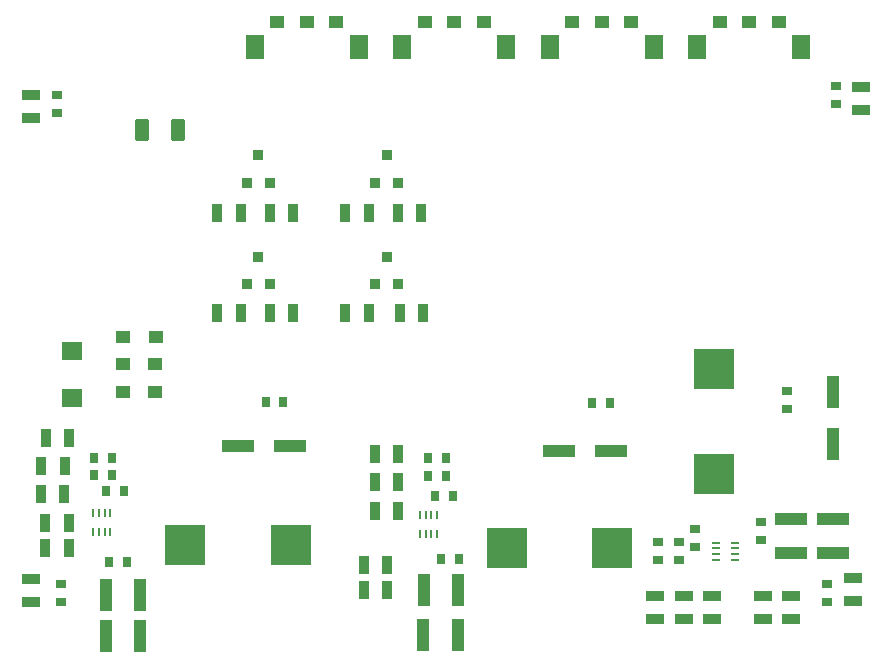
<source format=gtp>
G04*
G04 #@! TF.GenerationSoftware,Altium Limited,Altium Designer,22.8.2 (66)*
G04*
G04 Layer_Color=8421504*
%FSLAX42Y42*%
%MOMM*%
G71*
G04*
G04 #@! TF.SameCoordinates,0533CB18-9495-43A3-8B9C-2A5BF5C5928D*
G04*
G04*
G04 #@! TF.FilePolarity,Positive*
G04*
G01*
G75*
%ADD17R,1.50X2.15*%
%ADD18R,1.30X1.00*%
%ADD19R,0.71X0.91*%
G04:AMPARAMS|DCode=20|XSize=1.5mm|YSize=1.7mm|CornerRadius=0.08mm|HoleSize=0mm|Usage=FLASHONLY|Rotation=90.000|XOffset=0mm|YOffset=0mm|HoleType=Round|Shape=RoundedRectangle|*
%AMROUNDEDRECTD20*
21,1,1.50,1.55,0,0,90.0*
21,1,1.35,1.70,0,0,90.0*
1,1,0.15,0.78,0.68*
1,1,0.15,0.78,-0.68*
1,1,0.15,-0.78,-0.68*
1,1,0.15,-0.78,0.68*
%
%ADD20ROUNDEDRECTD20*%
%ADD21R,1.57X0.81*%
%ADD22R,0.91X0.71*%
%ADD23R,0.81X1.57*%
G04:AMPARAMS|DCode=24|XSize=1.1mm|YSize=1.25mm|CornerRadius=0.06mm|HoleSize=0mm|Usage=FLASHONLY|Rotation=270.000|XOffset=0mm|YOffset=0mm|HoleType=Round|Shape=RoundedRectangle|*
%AMROUNDEDRECTD24*
21,1,1.10,1.14,0,0,270.0*
21,1,0.99,1.25,0,0,270.0*
1,1,0.11,-0.57,-0.50*
1,1,0.11,-0.57,0.50*
1,1,0.11,0.57,0.50*
1,1,0.11,0.57,-0.50*
%
%ADD24ROUNDEDRECTD24*%
G04:AMPARAMS|DCode=25|XSize=1.2mm|YSize=1.82mm|CornerRadius=0.15mm|HoleSize=0mm|Usage=FLASHONLY|Rotation=180.000|XOffset=0mm|YOffset=0mm|HoleType=Round|Shape=RoundedRectangle|*
%AMROUNDEDRECTD25*
21,1,1.20,1.52,0,0,180.0*
21,1,0.90,1.82,0,0,180.0*
1,1,0.30,-0.45,0.76*
1,1,0.30,0.45,0.76*
1,1,0.30,0.45,-0.76*
1,1,0.30,-0.45,-0.76*
%
%ADD25ROUNDEDRECTD25*%
%ADD26R,3.50X3.50*%
%ADD27R,1.00X2.70*%
%ADD28R,0.85X0.85*%
%ADD29R,3.50X3.50*%
G04:AMPARAMS|DCode=30|XSize=2.7mm|YSize=1.1mm|CornerRadius=0.06mm|HoleSize=0mm|Usage=FLASHONLY|Rotation=180.000|XOffset=0mm|YOffset=0mm|HoleType=Round|Shape=RoundedRectangle|*
%AMROUNDEDRECTD30*
21,1,2.70,0.99,0,0,180.0*
21,1,2.59,1.10,0,0,180.0*
1,1,0.11,-1.30,0.50*
1,1,0.11,1.30,0.50*
1,1,0.11,1.30,-0.50*
1,1,0.11,-1.30,-0.50*
%
%ADD30ROUNDEDRECTD30*%
%ADD31R,0.71X0.23*%
%ADD32R,2.70X1.00*%
G04:AMPARAMS|DCode=33|XSize=2.7mm|YSize=1.1mm|CornerRadius=0.06mm|HoleSize=0mm|Usage=FLASHONLY|Rotation=90.000|XOffset=0mm|YOffset=0mm|HoleType=Round|Shape=RoundedRectangle|*
%AMROUNDEDRECTD33*
21,1,2.70,0.99,0,0,90.0*
21,1,2.59,1.10,0,0,90.0*
1,1,0.11,0.50,1.30*
1,1,0.11,0.50,-1.30*
1,1,0.11,-0.50,-1.30*
1,1,0.11,-0.50,1.30*
%
%ADD33ROUNDEDRECTD33*%
%ADD34R,0.23X0.71*%
D17*
X5511Y5406D02*
D03*
X4631D02*
D03*
X5880D02*
D03*
X6760D02*
D03*
X3383D02*
D03*
X4263D02*
D03*
X2134D02*
D03*
X3014D02*
D03*
D18*
X5321Y5622D02*
D03*
X5071D02*
D03*
X4821D02*
D03*
X6070D02*
D03*
X6320D02*
D03*
X6570D02*
D03*
X3573D02*
D03*
X3823D02*
D03*
X4073D02*
D03*
X2324D02*
D03*
X2574D02*
D03*
X2824D02*
D03*
D19*
X3866Y1078D02*
D03*
X3714D02*
D03*
X3662Y1612D02*
D03*
X3814D02*
D03*
X3604Y1778D02*
D03*
X3756D02*
D03*
X3598Y1932D02*
D03*
X3750D02*
D03*
X5142Y2396D02*
D03*
X4990D02*
D03*
X2378Y2400D02*
D03*
X2226D02*
D03*
X872Y1648D02*
D03*
X1024D02*
D03*
X774Y1926D02*
D03*
X927D02*
D03*
X774Y1787D02*
D03*
X927D02*
D03*
X1056Y1050D02*
D03*
X904D02*
D03*
D20*
X590Y2834D02*
D03*
Y2434D02*
D03*
D21*
X236Y4808D02*
D03*
Y5004D02*
D03*
X7268Y4878D02*
D03*
Y5074D02*
D03*
X242Y904D02*
D03*
Y708D02*
D03*
X7202Y918D02*
D03*
Y722D02*
D03*
X6006Y759D02*
D03*
Y563D02*
D03*
X5765D02*
D03*
Y759D02*
D03*
X5523D02*
D03*
Y563D02*
D03*
X6678Y568D02*
D03*
Y764D02*
D03*
X6436D02*
D03*
Y568D02*
D03*
D22*
X462Y4854D02*
D03*
Y5006D02*
D03*
X7060Y5082D02*
D03*
Y4930D02*
D03*
X490Y712D02*
D03*
Y864D02*
D03*
X6978Y712D02*
D03*
Y864D02*
D03*
X6640Y2494D02*
D03*
Y2342D02*
D03*
X5864Y1173D02*
D03*
Y1325D02*
D03*
X5549Y1062D02*
D03*
Y1215D02*
D03*
X5727Y1062D02*
D03*
Y1215D02*
D03*
X6420Y1238D02*
D03*
Y1390D02*
D03*
D23*
X558Y1170D02*
D03*
X362D02*
D03*
X2014Y4001D02*
D03*
X1818D02*
D03*
X2260D02*
D03*
X2456D02*
D03*
X3344D02*
D03*
X3540D02*
D03*
X2456Y3156D02*
D03*
X2260D02*
D03*
X1818D02*
D03*
X2014D02*
D03*
X3098Y4001D02*
D03*
X2902D02*
D03*
Y3156D02*
D03*
X3098D02*
D03*
X3560D02*
D03*
X3364D02*
D03*
X3348Y1965D02*
D03*
X3153D02*
D03*
Y1723D02*
D03*
X3348D02*
D03*
Y1482D02*
D03*
X3153D02*
D03*
X3254Y1020D02*
D03*
X3058D02*
D03*
X3059Y809D02*
D03*
X3255D02*
D03*
X560Y2100D02*
D03*
X364D02*
D03*
X522Y1628D02*
D03*
X326D02*
D03*
X558Y1380D02*
D03*
X362D02*
D03*
X328Y1859D02*
D03*
X524D02*
D03*
D24*
X1290Y2724D02*
D03*
X1015D02*
D03*
X1294Y2488D02*
D03*
X1019D02*
D03*
X1298Y2958D02*
D03*
X1023D02*
D03*
D25*
X1184Y4708D02*
D03*
X1485D02*
D03*
D26*
X6026Y2683D02*
D03*
Y1793D02*
D03*
D27*
X7032Y2490D02*
D03*
Y2050D02*
D03*
D28*
X2166Y3635D02*
D03*
X2261Y3400D02*
D03*
X2071D02*
D03*
X3251Y3635D02*
D03*
X3346Y3400D02*
D03*
X3156D02*
D03*
X2166Y4497D02*
D03*
X2261Y4262D02*
D03*
X2071D02*
D03*
X3251Y4497D02*
D03*
X3346Y4262D02*
D03*
X3156D02*
D03*
D29*
X4269Y1168D02*
D03*
X5159D02*
D03*
X1548Y1190D02*
D03*
X2438D02*
D03*
D30*
X6672Y1416D02*
D03*
Y1126D02*
D03*
X7027Y1416D02*
D03*
Y1126D02*
D03*
D31*
X6200Y1064D02*
D03*
Y1114D02*
D03*
Y1164D02*
D03*
Y1214D02*
D03*
X6040D02*
D03*
Y1164D02*
D03*
Y1114D02*
D03*
Y1064D02*
D03*
D32*
X4708Y1990D02*
D03*
X5148D02*
D03*
X1989Y2028D02*
D03*
X2429D02*
D03*
D33*
X3857Y810D02*
D03*
X3567D02*
D03*
X3853Y432D02*
D03*
X3563D02*
D03*
X877Y766D02*
D03*
X1167D02*
D03*
X875Y422D02*
D03*
X1165D02*
D03*
D34*
X3531Y1288D02*
D03*
X3581D02*
D03*
X3631D02*
D03*
X3681D02*
D03*
Y1448D02*
D03*
X3631D02*
D03*
X3581D02*
D03*
X3531D02*
D03*
X763Y1300D02*
D03*
X813D02*
D03*
X863D02*
D03*
X913D02*
D03*
Y1460D02*
D03*
X863D02*
D03*
X813D02*
D03*
X763D02*
D03*
M02*

</source>
